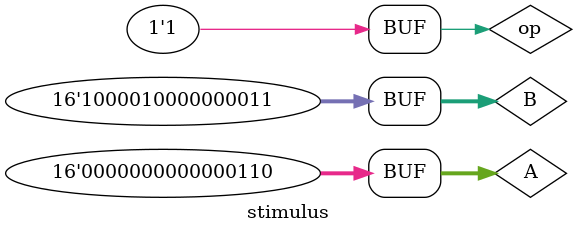
<source format=v>
module stimulus;

wire cout,M;
wire [15:0] SUM;
reg op;
reg [15:0] A,B;


ADD_SUB test_0(SUM,cout,M,A,B,op);

initial
begin
    op = 0;
    A = 16'b1000000000000010;
    B = 16'b1000000000000011;
    #100 op = 1;
    #100 op = 0;
    #100 A = 16'b0000000000000110;
    B = 16'b1000000000000011;
    #100 op = 1;
    #100 B = 16'b1000010000000011;
end

endmodule  
</source>
